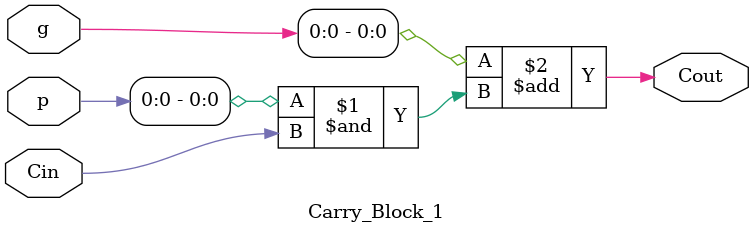
<source format=v>
`timescale 1ns / 1ps

module Carry_Block_1(
    output Cout,
    input [9:0] p,
    input [9:0] g,
    input Cin
    );

    assign Cout = g[0] + (p[0] & Cin);
	 

endmodule



</source>
